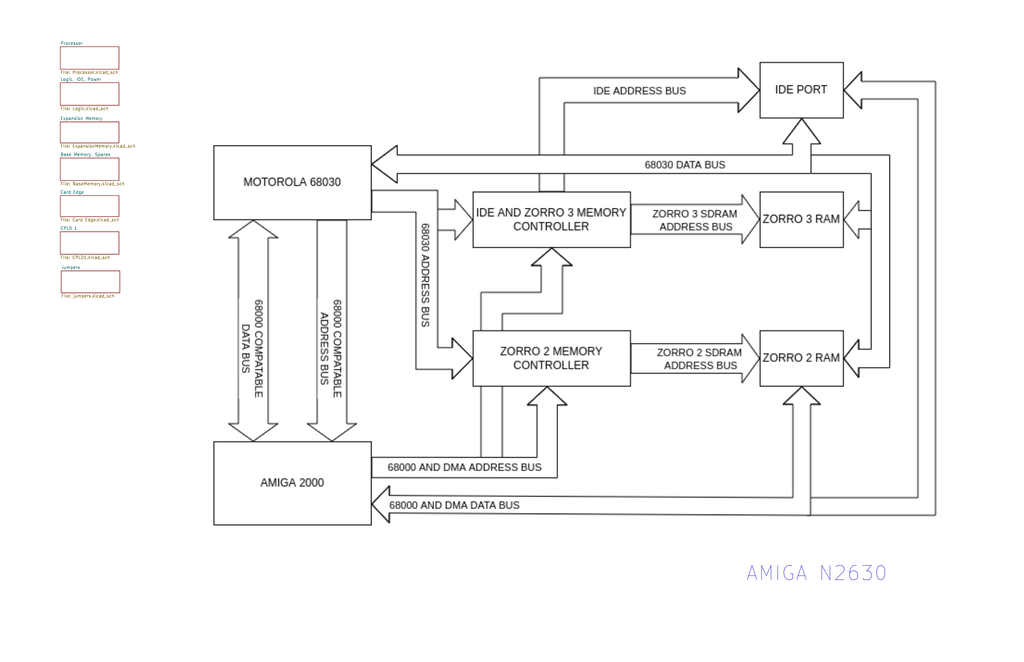
<source format=kicad_sch>
(kicad_sch (version 20211123) (generator eeschema)
  (paper "B")
  (title_block (title "Amiga N2630") (date "2022-05-31") (rev "2.0 QFP"))
  (lib_symbols)
  (image (at 242.443 123.952) (scale 4.6106))
  (text "AMIGA N2630" (at 314.452 245.618 0) (effects (font (size 6 6)) (justify left bottom)))
  (sheet (at 25.4 19.685) (size 24.765 9.525)
    (property "Sheet name" "Processor" (at 25.4 18.9734 0) (effects (justify left bottom)))
    (property "Sheet file" "Processor.kicad_sch" (at 25.4 29.7946 0) (effects (justify left top)))
  )
  (sheet (at 25.4 51.435) (size 24.765 8.89)
    (property "Sheet name" "Expansion Memory" (at 25.4 50.7234 0) (effects (justify left bottom)))
    (property "Sheet file" "ExpansionMemory.kicad_sch" (at 25.4 60.9096 0) (effects (justify left top)))
  )
  (sheet (at 25.4 82.55) (size 24.765 8.89)
    (property "Sheet name" "Card Edge" (at 25.4 81.8384 0) (effects (justify left bottom)))
    (property "Sheet file" "Card Edge.kicad_sch" (at 25.4 92.0246 0) (effects (justify left top)))
  )
  (sheet (at 25.4 66.675) (size 24.765 9.525)
    (property "Sheet name" "Base Memory, Spares" (at 25.4 65.9507 0) (effects (font (size 1.2954 1.2954)) (justify left bottom)))
    (property "Sheet file" "BaseMemory.kicad_sch" (at 25.4 76.7948 0) (effects (font (size 1.2954 1.2954)) (justify left top)))
  )
  (sheet (at 25.4 97.79) (size 24.765 9.525)
    (property "Sheet name" "CPLD 1" (at 25.4 97.0784 0) (effects (justify left bottom)))
    (property "Sheet file" "CPLD1.kicad_sch" (at 25.4 107.8996 0) (effects (justify left top)))
  )
  (sheet (at 25.4 34.925) (size 24.765 9.525)
    (property "Sheet name" "Logic, IDE, Power" (at 25.4 34.2007 0) (effects (font (size 1.2954 1.2954)) (justify left bottom)))
    (property "Sheet file" "Logic.kicad_sch" (at 25.4 45.0448 0) (effects (font (size 1.2954 1.2954)) (justify left top)))
  )
  (sheet (at 25.781 114.3) (size 24.765 9.271) (stroke (width 0.1524))
    (property "Sheet name" "Jumpers" (at 25.781 113.5884 0) (effects (justify left bottom)))
    (property "Sheet file" "jumpers.kicad_sch" (at 25.781 124.1556 0) (effects (justify left top)))
  )
)
</source>
